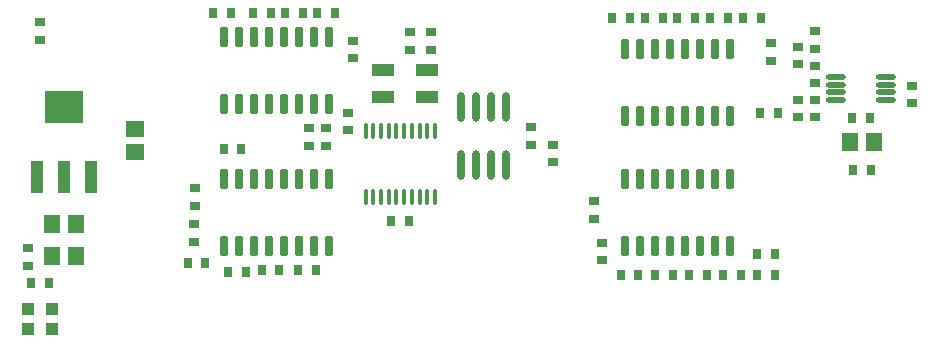
<source format=gtp>
G04 Layer_Color=8421504*
%FSLAX25Y25*%
%MOIN*%
G70*
G01*
G75*
%ADD10R,0.03543X0.02756*%
%ADD11R,0.02756X0.03543*%
%ADD12O,0.06693X0.01772*%
G04:AMPARAMS|DCode=13|XSize=25.59mil|YSize=64.96mil|CornerRadius=1.92mil|HoleSize=0mil|Usage=FLASHONLY|Rotation=180.000|XOffset=0mil|YOffset=0mil|HoleType=Round|Shape=RoundedRectangle|*
%AMROUNDEDRECTD13*
21,1,0.02559,0.06112,0,0,180.0*
21,1,0.02175,0.06496,0,0,180.0*
1,1,0.00384,-0.01088,0.03056*
1,1,0.00384,0.01088,0.03056*
1,1,0.00384,0.01088,-0.03056*
1,1,0.00384,-0.01088,-0.03056*
%
%ADD13ROUNDEDRECTD13*%
%ADD14R,0.05905X0.05512*%
%ADD15R,0.03937X0.10630*%
%ADD16R,0.12992X0.10630*%
%ADD17R,0.03937X0.03937*%
%ADD18R,0.05512X0.05905*%
%ADD19O,0.01378X0.05905*%
%ADD20O,0.02756X0.09842*%
%ADD21R,0.07480X0.04331*%
D10*
X199213Y64764D02*
D03*
X199213Y58858D02*
D03*
X255512Y125394D02*
D03*
X255512Y131299D02*
D03*
X62992Y70866D02*
D03*
X62992Y64961D02*
D03*
X114567Y102165D02*
D03*
X114567Y108071D02*
D03*
X175591Y103347D02*
D03*
X175591Y97441D02*
D03*
X11811Y138386D02*
D03*
X11811Y132480D02*
D03*
X7874Y62992D02*
D03*
X7874Y57087D02*
D03*
X270079Y106496D02*
D03*
X270079Y112402D02*
D03*
X264567Y106496D02*
D03*
X264567Y112402D02*
D03*
X264567Y124213D02*
D03*
X264567Y130118D02*
D03*
X270079Y135236D02*
D03*
X270079Y129331D02*
D03*
X63386Y82874D02*
D03*
X63386Y76968D02*
D03*
X101575Y97047D02*
D03*
X101575Y102953D02*
D03*
X107087Y97047D02*
D03*
X107087Y102953D02*
D03*
X182677Y91535D02*
D03*
X182677Y97441D02*
D03*
X196457Y78543D02*
D03*
X196457Y72638D02*
D03*
X302362Y117126D02*
D03*
X302362Y111221D02*
D03*
X270079Y117913D02*
D03*
X270079Y123819D02*
D03*
X142126Y128937D02*
D03*
X142126Y134843D02*
D03*
X135039Y134901D02*
D03*
X135039Y128996D02*
D03*
X116142Y126181D02*
D03*
X116142Y132087D02*
D03*
D11*
X216732Y53937D02*
D03*
X222638Y53937D02*
D03*
X205315Y53937D02*
D03*
X211221Y53937D02*
D03*
X234055Y53937D02*
D03*
X228150Y53937D02*
D03*
X245472Y53937D02*
D03*
X239567Y53937D02*
D03*
X256693Y53937D02*
D03*
X250787Y53937D02*
D03*
X256693Y61024D02*
D03*
X250787Y61024D02*
D03*
X252165Y139764D02*
D03*
X246260Y139764D02*
D03*
X241142Y139764D02*
D03*
X235236Y139764D02*
D03*
X224213Y139764D02*
D03*
X230118Y139764D02*
D03*
X213386Y139764D02*
D03*
X219291Y139764D02*
D03*
X202559Y139764D02*
D03*
X208465Y139764D02*
D03*
X61024Y58071D02*
D03*
X66929Y58071D02*
D03*
X80315Y55118D02*
D03*
X74410Y55118D02*
D03*
X91535Y55512D02*
D03*
X85630Y55512D02*
D03*
X103740Y55512D02*
D03*
X97835Y55512D02*
D03*
X110039Y141339D02*
D03*
X104134Y141339D02*
D03*
X93504Y141339D02*
D03*
X99410Y141339D02*
D03*
X82874Y141339D02*
D03*
X88779Y141339D02*
D03*
X69488Y141339D02*
D03*
X75394Y141339D02*
D03*
X8858Y51181D02*
D03*
X14764Y51181D02*
D03*
X282480Y106299D02*
D03*
X288386Y106299D02*
D03*
X282874Y88976D02*
D03*
X288779Y88976D02*
D03*
X73032Y96063D02*
D03*
X78937Y96063D02*
D03*
X134843Y72047D02*
D03*
X128937Y72047D02*
D03*
X251772Y107874D02*
D03*
X257677Y107874D02*
D03*
D12*
X293701Y112303D02*
D03*
X293701Y114862D02*
D03*
X293701Y117421D02*
D03*
X293701Y119980D02*
D03*
X277165Y112303D02*
D03*
X277165Y114862D02*
D03*
X277165Y117421D02*
D03*
X277165Y119980D02*
D03*
D13*
X73051Y63681D02*
D03*
X78051Y63681D02*
D03*
X83051Y63681D02*
D03*
X88051Y63681D02*
D03*
X93051Y63681D02*
D03*
X98051Y63681D02*
D03*
X103051Y63681D02*
D03*
X108051Y63681D02*
D03*
X73051Y85925D02*
D03*
X78051Y85925D02*
D03*
X83051Y85925D02*
D03*
X88051Y85925D02*
D03*
X93051Y85925D02*
D03*
X98051Y85925D02*
D03*
X103051Y85925D02*
D03*
X108051Y85925D02*
D03*
X206909Y63681D02*
D03*
X211910Y63681D02*
D03*
X216910Y63681D02*
D03*
X221909Y63681D02*
D03*
X226909Y63681D02*
D03*
X231909Y63681D02*
D03*
X236910Y63681D02*
D03*
X241910Y63681D02*
D03*
X206909Y85925D02*
D03*
X211910Y85925D02*
D03*
X216910Y85925D02*
D03*
X221909Y85925D02*
D03*
X226909Y85925D02*
D03*
X231909Y85925D02*
D03*
X236910Y85925D02*
D03*
X241910Y85925D02*
D03*
X241910Y129232D02*
D03*
X236910Y129232D02*
D03*
X231909Y129232D02*
D03*
X226909Y129232D02*
D03*
X221909Y129232D02*
D03*
X216910Y129232D02*
D03*
X211910Y129232D02*
D03*
X206909Y129232D02*
D03*
X241910Y106988D02*
D03*
X236910Y106988D02*
D03*
X231909Y106988D02*
D03*
X226909Y106988D02*
D03*
X221909Y106988D02*
D03*
X216910Y106988D02*
D03*
X211910Y106988D02*
D03*
X206909Y106988D02*
D03*
X108051Y133169D02*
D03*
X103051Y133169D02*
D03*
X98051Y133169D02*
D03*
X93051Y133169D02*
D03*
X88051Y133169D02*
D03*
X83051Y133169D02*
D03*
X78051Y133169D02*
D03*
X73051Y133169D02*
D03*
X108051Y110925D02*
D03*
X103051Y110925D02*
D03*
X98051Y110925D02*
D03*
X93051Y110925D02*
D03*
X88051Y110925D02*
D03*
X83051Y110925D02*
D03*
X78051Y110925D02*
D03*
X73051Y110925D02*
D03*
D14*
X43307Y102756D02*
D03*
X43307Y94882D02*
D03*
D15*
X10630Y86811D02*
D03*
X19685Y86811D02*
D03*
X28740Y86811D02*
D03*
D16*
X19685Y110039D02*
D03*
D17*
X15748Y36024D02*
D03*
X15748Y42717D02*
D03*
X7874Y36024D02*
D03*
X7874Y42717D02*
D03*
D18*
X23622Y60236D02*
D03*
X15748Y60236D02*
D03*
X23622Y70866D02*
D03*
X15748Y70866D02*
D03*
X289764Y98425D02*
D03*
X281890Y98425D02*
D03*
D19*
X143405Y101969D02*
D03*
X140847Y101969D02*
D03*
X138287Y101969D02*
D03*
X135728Y101969D02*
D03*
X133169Y101969D02*
D03*
X130610Y101969D02*
D03*
X128051Y101969D02*
D03*
X125492Y101969D02*
D03*
X122933Y101969D02*
D03*
X120374Y101969D02*
D03*
X143405Y79921D02*
D03*
X140847Y79921D02*
D03*
X138287Y79921D02*
D03*
X135728Y79921D02*
D03*
X133169Y79921D02*
D03*
X130610Y79921D02*
D03*
X128051Y79921D02*
D03*
X125492Y79921D02*
D03*
X122933Y79921D02*
D03*
X120374Y79921D02*
D03*
D20*
X151949Y90748D02*
D03*
X156949Y90748D02*
D03*
X161949Y90748D02*
D03*
X166949Y90748D02*
D03*
X151949Y110039D02*
D03*
X156949Y110039D02*
D03*
X161949Y110039D02*
D03*
X166949Y110039D02*
D03*
D21*
X140748Y122244D02*
D03*
X126181Y122244D02*
D03*
X126181Y113189D02*
D03*
X140748Y113189D02*
D03*
M02*

</source>
